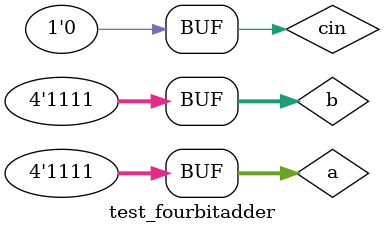
<source format=v>
module adder_full(a, b, cin, s, c);
    input a;
    input b;
    input cin;
    output s;
    output c;
    wire w1,w2,w3;

xor(s,a,b,cin);
and(w1,a,b);
and(w2,b,cin);
and(w3,a,cin);
or(c,w1,w2,w3);

endmodule


module adder_four_bit(a,b,cin,s,c);

input [3:0]a ;
input [3:0]b ;
input cin ;
output [3:0]s;
output c;
wire c1,c2,c3;

adder_full f2(a[0], b[0], cin, s[0], c1);
adder_full f3(a[1], b[1], c1,  s[1], c2);
adder_full f4(a[2], b[2], c2,  s[2], c3);
adder_full f5(a[3], b[3], c3,  s[3], c );

endmodule

module test_fourbitadder;
reg [3:0]a;
reg [3:0]b;
reg cin;
wire [3:0]s;
wire c;

adder_four_bit b1(a,b,cin,s,c);
initial begin 
$monitor("%b and %b",s,c);

a=4'b1111;b=4'b1111;cin=4'b0000;
end
endmodule





</source>
